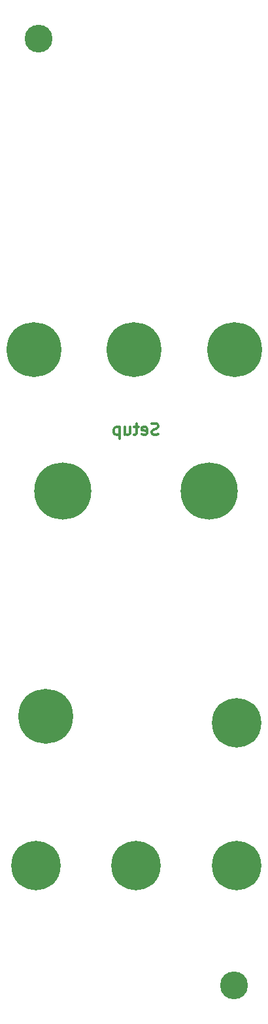
<source format=gbr>
G04 #@! TF.FileFunction,Soldermask,Bot*
%FSLAX46Y46*%
G04 Gerber Fmt 4.6, Leading zero omitted, Abs format (unit mm)*
G04 Created by KiCad (PCBNEW 4.0.7) date 11/03/18 15:48:41*
%MOMM*%
%LPD*%
G01*
G04 APERTURE LIST*
%ADD10C,0.100000*%
%ADD11C,0.300000*%
%ADD12C,7.100000*%
%ADD13C,7.400000*%
%ADD14C,6.400000*%
%ADD15C,3.600000*%
G04 APERTURE END LIST*
D10*
D11*
X125857143Y-94207143D02*
X125642857Y-94278571D01*
X125285714Y-94278571D01*
X125142857Y-94207143D01*
X125071428Y-94135714D01*
X125000000Y-93992857D01*
X125000000Y-93850000D01*
X125071428Y-93707143D01*
X125142857Y-93635714D01*
X125285714Y-93564286D01*
X125571428Y-93492857D01*
X125714286Y-93421429D01*
X125785714Y-93350000D01*
X125857143Y-93207143D01*
X125857143Y-93064286D01*
X125785714Y-92921429D01*
X125714286Y-92850000D01*
X125571428Y-92778571D01*
X125214286Y-92778571D01*
X125000000Y-92850000D01*
X123785715Y-94207143D02*
X123928572Y-94278571D01*
X124214286Y-94278571D01*
X124357143Y-94207143D01*
X124428572Y-94064286D01*
X124428572Y-93492857D01*
X124357143Y-93350000D01*
X124214286Y-93278571D01*
X123928572Y-93278571D01*
X123785715Y-93350000D01*
X123714286Y-93492857D01*
X123714286Y-93635714D01*
X124428572Y-93778571D01*
X123285715Y-93278571D02*
X122714286Y-93278571D01*
X123071429Y-92778571D02*
X123071429Y-94064286D01*
X123000001Y-94207143D01*
X122857143Y-94278571D01*
X122714286Y-94278571D01*
X121571429Y-93278571D02*
X121571429Y-94278571D01*
X122214286Y-93278571D02*
X122214286Y-94064286D01*
X122142858Y-94207143D01*
X122000000Y-94278571D01*
X121785715Y-94278571D01*
X121642858Y-94207143D01*
X121571429Y-94135714D01*
X120857143Y-93278571D02*
X120857143Y-94778571D01*
X120857143Y-93350000D02*
X120714286Y-93278571D01*
X120428572Y-93278571D01*
X120285715Y-93350000D01*
X120214286Y-93421429D01*
X120142857Y-93564286D01*
X120142857Y-93992857D01*
X120214286Y-94135714D01*
X120285715Y-94207143D01*
X120428572Y-94278571D01*
X120714286Y-94278571D01*
X120857143Y-94207143D01*
D12*
X122750000Y-83250000D03*
X135750000Y-83250000D03*
X109750000Y-83250000D03*
X111300000Y-130700000D03*
D13*
X132500000Y-101500000D03*
X113500000Y-101500000D03*
D14*
X136000000Y-131500000D03*
X110000000Y-150000000D03*
X136000000Y-150000000D03*
X123000000Y-150000000D03*
D15*
X110400000Y-43000000D03*
X135700000Y-165500000D03*
M02*

</source>
